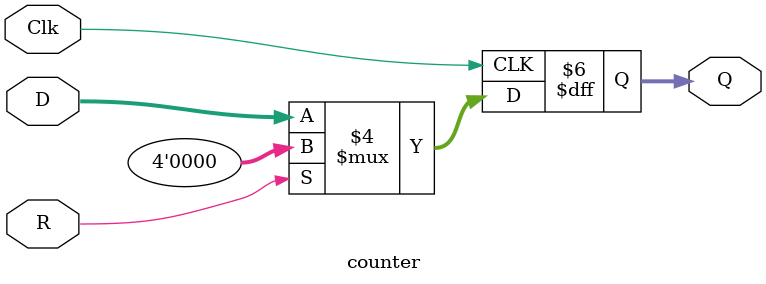
<source format=v>

module maindec(input       clk, reset, //FSM that controls select signals for every multiprocessor cycle
               input [5:0] op,
               output      pcwrite, memwrite, irwrite, regwrite,
               output      alusrca, branch, iord, memtoreg, regdst,
               output [1:0] alusrcb, pcsrc, aluop);

reg [3:0] next; //define state variable count, output of the state variable word (combination of select signals), and the proceeding state variable next.
wire [3:0] count;
reg [14:0] word;

counter Counter(.D(next),.R(reset),.Clk(clk),.Q(count)); //define the main register for state storage

always @(count) //define the paths of FSM diagram by the current state 'count' and the current state datapath information 'op' to determine the next state 'next'
begin 
	casez({count,op})
		10'b0000??????: next = 4'b0001; //base case
		10'b000110?011: next = 4'b0010; //lw, sw
		10'b0010101011: next = 4'b0101;
		10'b0010100011: next = 4'b0011;
		10'b0011100011: next = 4'b0100;

		10'b0001000000: next = 4'b0110; //r-type
		10'b0110000000: next = 4'b0111; 
		10'b0001000100: next = 4'b1000; //branch
		10'b0001001000: next = 4'b1001; //addi
		10'b1001001000: next = 4'b1010;
		10'b0001000010: next = 4'b1011; //jump
		
		default: next = 4'b0000;	// base case: assume the decoder only accepts lab-required instructions.
	endcase
end

always @* //define the decoder (output) of the FSM
begin
	case(count)
		/*4'b0000: word = 15'b101000000010000; //NOTE: this version also works due to the fact some select signals become don't cares after the decode stage.
		4'b0001: word = 15'b000000000110000;
		4'b0010: word = 15'b000010000100000;
		4'b0011: word = 15'b000010100100000;
		4'b0100: word = 15'b000110010100000;
		4'b0101: word = 15'b010010100100000;
		4'b0110: word = 15'b000010000000010;
		4'b0111: word = 15'b000110001000010;
		4'b1000: word = 15'b000011000000101;
		4'b1001: word = 15'b000010000100000;
		4'b1010: word = 15'b000110000100000;
		4'b1011: word = 15'b100000000001000;
		default: word = 15'b101000000010000; */

		4'b0000: word = 15'b101000000010000; //This version of select signals matches the lab chart. State-0 output: base case.
		4'b0001: word = 15'b000000000110000; //State-1 to...
		4'b0010: word = 15'b000010000100000;
		4'b0011: word = 15'b000000100000000;
		4'b0100: word = 15'b000100010000000;
		4'b0101: word = 15'b010000100000000;
		4'b0110: word = 15'b000010000000010;
		4'b0111: word = 15'b000100001000000;
		4'b1000: word = 15'b000011000000101;
		4'b1001: word = 15'b000010000100000;
		4'b1010: word = 15'b000100000000000;
		4'b1011: word = 15'b100000000001000; //...11 outputs.
		default: word = 15'b101000000010000; //base case. Assume no other states are valid.
	endcase
end

assign {pcwrite, memwrite, irwrite, regwrite, alusrca, branch, iord, memtoreg, regdst, alusrcb, pcsrc, aluop} = word; //distribute output to appropriate destinations.

endmodule

module aludec(input [5:0] funct, input [1:0] aluop, output reg [2:0] alucontrol); // aludec defines the control signal for the ALU depending on the state, alu op, and funct.

always @*
begin
	casez({aluop,funct})
		8'b00??????: alucontrol = 3'b010; //not R-type.
		8'b?1??????: alucontrol = 3'b110;
		8'b1?100000: alucontrol = 3'b010; //R-type.
		8'b1?100010: alucontrol = 3'b110;
		8'b1?100100: alucontrol = 3'b000;
		8'b1?100101: alucontrol = 3'b001;
		8'b1?101010: alucontrol = 3'b111;
	endcase
end

endmodule

module counter(input [3:0] D, input R, Clk, output reg [3:0] Q); //the register for FSM, same structure as the flipflop.

always @(posedge Clk)
begin
	if(R==1'b1) begin
		Q <= 4'b0;
	end else begin
		Q <= D;
	end
end

endmodule

</source>
